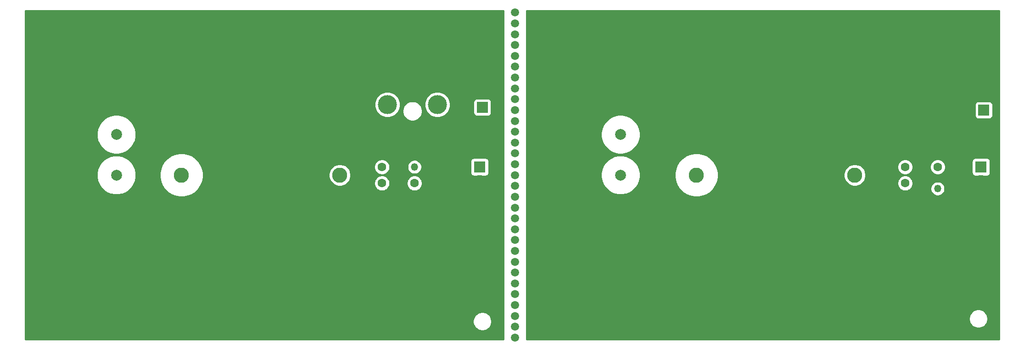
<source format=gbr>
%TF.GenerationSoftware,KiCad,Pcbnew,5.1.6-c6e7f7d~87~ubuntu20.04.1*%
%TF.CreationDate,2020-10-11T03:01:43+02:00*%
%TF.ProjectId,10A-Bias-T,3130412d-4269-4617-932d-542e6b696361,rev?*%
%TF.SameCoordinates,Original*%
%TF.FileFunction,Copper,L2,Bot*%
%TF.FilePolarity,Positive*%
%FSLAX46Y46*%
G04 Gerber Fmt 4.6, Leading zero omitted, Abs format (unit mm)*
G04 Created by KiCad (PCBNEW 5.1.6-c6e7f7d~87~ubuntu20.04.1) date 2020-10-11 03:01:43*
%MOMM*%
%LPD*%
G01*
G04 APERTURE LIST*
%TA.AperFunction,ComponentPad*%
%ADD10C,1.500000*%
%TD*%
%TA.AperFunction,ComponentPad*%
%ADD11C,1.600000*%
%TD*%
%TA.AperFunction,ComponentPad*%
%ADD12R,2.000000X2.000000*%
%TD*%
%TA.AperFunction,ComponentPad*%
%ADD13O,2.000000X2.000000*%
%TD*%
%TA.AperFunction,ComponentPad*%
%ADD14C,3.500000*%
%TD*%
%TA.AperFunction,ComponentPad*%
%ADD15C,2.100000*%
%TD*%
%TA.AperFunction,ComponentPad*%
%ADD16R,2.100000X2.100000*%
%TD*%
%TA.AperFunction,ComponentPad*%
%ADD17C,2.800000*%
%TD*%
%TA.AperFunction,ComponentPad*%
%ADD18R,1.350000X1.350000*%
%TD*%
%TA.AperFunction,ComponentPad*%
%ADD19O,1.350000X1.350000*%
%TD*%
%TA.AperFunction,ComponentPad*%
%ADD20C,2.000000*%
%TD*%
%TA.AperFunction,ViaPad*%
%ADD21C,0.800000*%
%TD*%
%TA.AperFunction,Conductor*%
%ADD22C,0.254000*%
%TD*%
G04 APERTURE END LIST*
D10*
%TO.P,REF\u002A\u002A,1*%
%TO.N,N/C*%
X105000000Y-94000000D03*
%TD*%
%TO.P,REF\u002A\u002A,1*%
%TO.N,N/C*%
X105000000Y-96000000D03*
%TD*%
%TO.P,REF\u002A\u002A,1*%
%TO.N,N/C*%
X105000000Y-92000000D03*
%TD*%
%TO.P,REF\u002A\u002A,1*%
%TO.N,N/C*%
X105000000Y-82000000D03*
%TD*%
%TO.P,REF\u002A\u002A,1*%
%TO.N,N/C*%
X105000000Y-86000000D03*
%TD*%
%TO.P,REF\u002A\u002A,1*%
%TO.N,N/C*%
X105000000Y-88000000D03*
%TD*%
%TO.P,REF\u002A\u002A,1*%
%TO.N,N/C*%
X105000000Y-84000000D03*
%TD*%
%TO.P,REF\u002A\u002A,1*%
%TO.N,N/C*%
X105000000Y-78000000D03*
%TD*%
%TO.P,REF\u002A\u002A,1*%
%TO.N,N/C*%
X105000000Y-90000000D03*
%TD*%
%TO.P,REF\u002A\u002A,1*%
%TO.N,N/C*%
X105000000Y-80000000D03*
%TD*%
%TO.P,REF\u002A\u002A,1*%
%TO.N,N/C*%
X105000000Y-76000000D03*
%TD*%
%TO.P,REF\u002A\u002A,1*%
%TO.N,N/C*%
X105000000Y-74000000D03*
%TD*%
%TO.P,REF\u002A\u002A,1*%
%TO.N,N/C*%
X105000000Y-66000000D03*
%TD*%
%TO.P,REF\u002A\u002A,1*%
%TO.N,N/C*%
X105000000Y-68000000D03*
%TD*%
%TO.P,REF\u002A\u002A,1*%
%TO.N,N/C*%
X105000000Y-70000000D03*
%TD*%
%TO.P,REF\u002A\u002A,1*%
%TO.N,N/C*%
X105000000Y-62000000D03*
%TD*%
%TO.P,REF\u002A\u002A,1*%
%TO.N,N/C*%
X105000000Y-72000000D03*
%TD*%
%TO.P,REF\u002A\u002A,1*%
%TO.N,N/C*%
X105000000Y-58000000D03*
%TD*%
%TO.P,REF\u002A\u002A,1*%
%TO.N,N/C*%
X105000000Y-56000000D03*
%TD*%
%TO.P,REF\u002A\u002A,1*%
%TO.N,N/C*%
X105000000Y-64000000D03*
%TD*%
%TO.P,REF\u002A\u002A,1*%
%TO.N,N/C*%
X105000000Y-60000000D03*
%TD*%
%TO.P,REF\u002A\u002A,1*%
%TO.N,N/C*%
X105000000Y-54000000D03*
%TD*%
%TO.P,REF\u002A\u002A,1*%
%TO.N,N/C*%
X105000000Y-52000000D03*
%TD*%
%TO.P,REF\u002A\u002A,1*%
%TO.N,N/C*%
X105000000Y-50000000D03*
%TD*%
%TO.P,REF\u002A\u002A,1*%
%TO.N,N/C*%
X105000000Y-48000000D03*
%TD*%
%TO.P,REF\u002A\u002A,1*%
%TO.N,N/C*%
X105000000Y-46000000D03*
%TD*%
%TO.P,REF\u002A\u002A,1*%
%TO.N,N/C*%
X105000000Y-44000000D03*
%TD*%
%TO.P,REF\u002A\u002A,1*%
%TO.N,N/C*%
X105000000Y-42000000D03*
%TD*%
%TO.P,REF\u002A\u002A,1*%
%TO.N,N/C*%
X105000000Y-40000000D03*
%TD*%
%TO.P,REF\u002A\u002A,1*%
%TO.N,N/C*%
X105000000Y-38000000D03*
%TD*%
%TO.P,REF\u002A\u002A,1*%
%TO.N,N/C*%
X105000000Y-36000000D03*
%TD*%
D11*
%TO.P,C4,2*%
%TO.N,Earth*%
X80500000Y-72500000D03*
%TO.P,C4,1*%
%TO.N,/DC+*%
X80500000Y-67500000D03*
%TD*%
%TO.P,C5,1*%
%TO.N,/DC+*%
X80500000Y-64500000D03*
%TO.P,C5,2*%
%TO.N,Earth*%
X80500000Y-62000000D03*
%TD*%
%TO.P,C6,1*%
%TO.N,/DC+*%
X86500000Y-67500000D03*
%TO.P,C6,2*%
%TO.N,Earth*%
X86500000Y-72500000D03*
%TD*%
%TO.P,C10,1*%
%TO.N,/DC+2*%
X177000000Y-64500000D03*
%TO.P,C10,2*%
%TO.N,GND*%
X177000000Y-59500000D03*
%TD*%
%TO.P,C11,1*%
%TO.N,/DC+2*%
X177000000Y-67500000D03*
%TO.P,C11,2*%
%TO.N,GND*%
X177000000Y-70000000D03*
%TD*%
%TO.P,C12,2*%
%TO.N,GND*%
X183000000Y-59500000D03*
%TO.P,C12,1*%
%TO.N,/DC+2*%
X183000000Y-64500000D03*
%TD*%
D12*
%TO.P,D1,1*%
%TO.N,Net-(D1-Pad1)*%
X99000000Y-53500000D03*
D13*
%TO.P,D1,2*%
%TO.N,Earth*%
X99000000Y-58580000D03*
%TD*%
%TO.P,D2,2*%
%TO.N,GND*%
X191500000Y-59080000D03*
D12*
%TO.P,D2,1*%
%TO.N,/DC+2*%
X191500000Y-54000000D03*
%TD*%
D14*
%TO.P,F1,1*%
%TO.N,/DC+*%
X81500000Y-53000000D03*
%TO.P,F1,2*%
%TO.N,Net-(D1-Pad1)*%
X90700000Y-53000000D03*
%TD*%
D15*
%TO.P,J2,2*%
%TO.N,Earth*%
X98500000Y-67040000D03*
D16*
%TO.P,J2,1*%
%TO.N,Net-(D1-Pad1)*%
X98500000Y-64500000D03*
%TD*%
%TO.P,J5,1*%
%TO.N,/DC+2*%
X191000000Y-64500000D03*
D15*
%TO.P,J5,2*%
%TO.N,GND*%
X191000000Y-67040000D03*
%TD*%
D17*
%TO.P,L1,1*%
%TO.N,/RF+DC*%
X43500000Y-66000000D03*
%TO.P,L1,2*%
%TO.N,/DC+*%
X72710000Y-66000000D03*
%TD*%
%TO.P,L2,2*%
%TO.N,/DC+2*%
X167710000Y-66000000D03*
%TO.P,L2,1*%
%TO.N,/RF+DC2*%
X138500000Y-66000000D03*
%TD*%
D18*
%TO.P,LA1,1*%
%TO.N,Earth*%
X86500000Y-62500000D03*
D19*
%TO.P,LA1,2*%
%TO.N,/DC+*%
X86500000Y-64500000D03*
%TD*%
%TO.P,LA2,2*%
%TO.N,/DC+2*%
X183000000Y-68500000D03*
D18*
%TO.P,LA2,1*%
%TO.N,GND*%
X183000000Y-70500000D03*
%TD*%
D20*
%TO.P,C1,1*%
%TO.N,/RF2*%
X124500000Y-66000000D03*
%TO.P,C1,2*%
%TO.N,/RF+DC2*%
X124500000Y-58500000D03*
%TD*%
%TO.P,C2,1*%
%TO.N,/RF+DC*%
X31500000Y-66000000D03*
%TO.P,C2,2*%
%TO.N,/RF*%
X31500000Y-58500000D03*
%TD*%
D21*
%TO.N,GND*%
X110500000Y-66000000D03*
X110500000Y-64500000D03*
X110500000Y-67500000D03*
X110500000Y-69000000D03*
X110500000Y-63000000D03*
X111500000Y-48500000D03*
X111500000Y-50000000D03*
X111500000Y-47000000D03*
X111500000Y-45500000D03*
X111500000Y-51500000D03*
X111500000Y-83500000D03*
X111500000Y-85000000D03*
X111500000Y-82000000D03*
X111500000Y-80500000D03*
X111500000Y-86500000D03*
%TO.N,Earth*%
X16500000Y-66000000D03*
X16500000Y-64500000D03*
X16500000Y-67500000D03*
X16500000Y-69000000D03*
X16500000Y-63000000D03*
X18500000Y-45500000D03*
X18500000Y-47000000D03*
X18500000Y-50000000D03*
X18500000Y-51500000D03*
X18500000Y-48500000D03*
X19000000Y-80580000D03*
X19000000Y-82080000D03*
X19000000Y-85080000D03*
X19000000Y-86580000D03*
X19000000Y-83580000D03*
%TD*%
D22*
%TO.N,Earth*%
G36*
X102873000Y-96340000D02*
G01*
X14660000Y-96340000D01*
X14660000Y-92829117D01*
X97265000Y-92829117D01*
X97265000Y-93170883D01*
X97331675Y-93506081D01*
X97462463Y-93821831D01*
X97652337Y-94105998D01*
X97894002Y-94347663D01*
X98178169Y-94537537D01*
X98493919Y-94668325D01*
X98829117Y-94735000D01*
X99170883Y-94735000D01*
X99506081Y-94668325D01*
X99821831Y-94537537D01*
X100105998Y-94347663D01*
X100347663Y-94105998D01*
X100537537Y-93821831D01*
X100668325Y-93506081D01*
X100735000Y-93170883D01*
X100735000Y-92829117D01*
X100668325Y-92493919D01*
X100537537Y-92178169D01*
X100347663Y-91894002D01*
X100105998Y-91652337D01*
X99821831Y-91462463D01*
X99506081Y-91331675D01*
X99170883Y-91265000D01*
X98829117Y-91265000D01*
X98493919Y-91331675D01*
X98178169Y-91462463D01*
X97894002Y-91652337D01*
X97652337Y-91894002D01*
X97462463Y-92178169D01*
X97331675Y-92493919D01*
X97265000Y-92829117D01*
X14660000Y-92829117D01*
X14660000Y-65642772D01*
X27873000Y-65642772D01*
X27873000Y-66357228D01*
X28012383Y-67057957D01*
X28285794Y-67718029D01*
X28682725Y-68312078D01*
X29187922Y-68817275D01*
X29781971Y-69214206D01*
X30442043Y-69487617D01*
X31142772Y-69627000D01*
X31857228Y-69627000D01*
X32557957Y-69487617D01*
X33218029Y-69214206D01*
X33812078Y-68817275D01*
X34317275Y-68312078D01*
X34714206Y-67718029D01*
X34987617Y-67057957D01*
X35127000Y-66357228D01*
X35127000Y-65642772D01*
X35119164Y-65603375D01*
X39473000Y-65603375D01*
X39473000Y-66396625D01*
X39627755Y-67174633D01*
X39931319Y-67907500D01*
X40372025Y-68567063D01*
X40932937Y-69127975D01*
X41592500Y-69568681D01*
X42325367Y-69872245D01*
X43103375Y-70027000D01*
X43896625Y-70027000D01*
X44674633Y-69872245D01*
X45407500Y-69568681D01*
X46067063Y-69127975D01*
X46627975Y-68567063D01*
X47068681Y-67907500D01*
X47372245Y-67174633D01*
X47527000Y-66396625D01*
X47527000Y-65799570D01*
X70675000Y-65799570D01*
X70675000Y-66200430D01*
X70753204Y-66593587D01*
X70906607Y-66963934D01*
X71129313Y-67297237D01*
X71412763Y-67580687D01*
X71746066Y-67803393D01*
X72116413Y-67956796D01*
X72509570Y-68035000D01*
X72910430Y-68035000D01*
X73303587Y-67956796D01*
X73673934Y-67803393D01*
X74007237Y-67580687D01*
X74229259Y-67358665D01*
X79065000Y-67358665D01*
X79065000Y-67641335D01*
X79120147Y-67918574D01*
X79228320Y-68179727D01*
X79385363Y-68414759D01*
X79585241Y-68614637D01*
X79820273Y-68771680D01*
X80081426Y-68879853D01*
X80358665Y-68935000D01*
X80641335Y-68935000D01*
X80918574Y-68879853D01*
X81179727Y-68771680D01*
X81414759Y-68614637D01*
X81614637Y-68414759D01*
X81771680Y-68179727D01*
X81879853Y-67918574D01*
X81935000Y-67641335D01*
X81935000Y-67358665D01*
X85065000Y-67358665D01*
X85065000Y-67641335D01*
X85120147Y-67918574D01*
X85228320Y-68179727D01*
X85385363Y-68414759D01*
X85585241Y-68614637D01*
X85820273Y-68771680D01*
X86081426Y-68879853D01*
X86358665Y-68935000D01*
X86641335Y-68935000D01*
X86918574Y-68879853D01*
X87179727Y-68771680D01*
X87414759Y-68614637D01*
X87614637Y-68414759D01*
X87771680Y-68179727D01*
X87879853Y-67918574D01*
X87935000Y-67641335D01*
X87935000Y-67358665D01*
X87879853Y-67081426D01*
X87771680Y-66820273D01*
X87614637Y-66585241D01*
X87414759Y-66385363D01*
X87179727Y-66228320D01*
X86918574Y-66120147D01*
X86641335Y-66065000D01*
X86358665Y-66065000D01*
X86081426Y-66120147D01*
X85820273Y-66228320D01*
X85585241Y-66385363D01*
X85385363Y-66585241D01*
X85228320Y-66820273D01*
X85120147Y-67081426D01*
X85065000Y-67358665D01*
X81935000Y-67358665D01*
X81879853Y-67081426D01*
X81771680Y-66820273D01*
X81614637Y-66585241D01*
X81414759Y-66385363D01*
X81179727Y-66228320D01*
X80918574Y-66120147D01*
X80641335Y-66065000D01*
X80358665Y-66065000D01*
X80081426Y-66120147D01*
X79820273Y-66228320D01*
X79585241Y-66385363D01*
X79385363Y-66585241D01*
X79228320Y-66820273D01*
X79120147Y-67081426D01*
X79065000Y-67358665D01*
X74229259Y-67358665D01*
X74290687Y-67297237D01*
X74513393Y-66963934D01*
X74666796Y-66593587D01*
X74745000Y-66200430D01*
X74745000Y-65799570D01*
X74666796Y-65406413D01*
X74513393Y-65036066D01*
X74290687Y-64702763D01*
X74007237Y-64419313D01*
X73916471Y-64358665D01*
X79065000Y-64358665D01*
X79065000Y-64641335D01*
X79120147Y-64918574D01*
X79228320Y-65179727D01*
X79385363Y-65414759D01*
X79585241Y-65614637D01*
X79820273Y-65771680D01*
X80081426Y-65879853D01*
X80358665Y-65935000D01*
X80641335Y-65935000D01*
X80918574Y-65879853D01*
X81179727Y-65771680D01*
X81414759Y-65614637D01*
X81614637Y-65414759D01*
X81771680Y-65179727D01*
X81879853Y-64918574D01*
X81935000Y-64641335D01*
X81935000Y-64370976D01*
X85190000Y-64370976D01*
X85190000Y-64629024D01*
X85240342Y-64882113D01*
X85339093Y-65120518D01*
X85482456Y-65335077D01*
X85664923Y-65517544D01*
X85879482Y-65660907D01*
X86117887Y-65759658D01*
X86370976Y-65810000D01*
X86629024Y-65810000D01*
X86882113Y-65759658D01*
X87120518Y-65660907D01*
X87335077Y-65517544D01*
X87517544Y-65335077D01*
X87660907Y-65120518D01*
X87759658Y-64882113D01*
X87810000Y-64629024D01*
X87810000Y-64370976D01*
X87759658Y-64117887D01*
X87660907Y-63879482D01*
X87517544Y-63664923D01*
X87335077Y-63482456D01*
X87286503Y-63450000D01*
X96811928Y-63450000D01*
X96811928Y-65550000D01*
X96824188Y-65674482D01*
X96860498Y-65794180D01*
X96919463Y-65904494D01*
X96998815Y-66001185D01*
X97095506Y-66080537D01*
X97205820Y-66139502D01*
X97325518Y-66175812D01*
X97450000Y-66188072D01*
X99550000Y-66188072D01*
X99674482Y-66175812D01*
X99794180Y-66139502D01*
X99904494Y-66080537D01*
X100001185Y-66001185D01*
X100080537Y-65904494D01*
X100139502Y-65794180D01*
X100175812Y-65674482D01*
X100188072Y-65550000D01*
X100188072Y-63450000D01*
X100175812Y-63325518D01*
X100139502Y-63205820D01*
X100080537Y-63095506D01*
X100001185Y-62998815D01*
X99904494Y-62919463D01*
X99794180Y-62860498D01*
X99674482Y-62824188D01*
X99550000Y-62811928D01*
X97450000Y-62811928D01*
X97325518Y-62824188D01*
X97205820Y-62860498D01*
X97095506Y-62919463D01*
X96998815Y-62998815D01*
X96919463Y-63095506D01*
X96860498Y-63205820D01*
X96824188Y-63325518D01*
X96811928Y-63450000D01*
X87286503Y-63450000D01*
X87120518Y-63339093D01*
X86882113Y-63240342D01*
X86629024Y-63190000D01*
X86370976Y-63190000D01*
X86117887Y-63240342D01*
X85879482Y-63339093D01*
X85664923Y-63482456D01*
X85482456Y-63664923D01*
X85339093Y-63879482D01*
X85240342Y-64117887D01*
X85190000Y-64370976D01*
X81935000Y-64370976D01*
X81935000Y-64358665D01*
X81879853Y-64081426D01*
X81771680Y-63820273D01*
X81614637Y-63585241D01*
X81414759Y-63385363D01*
X81179727Y-63228320D01*
X80918574Y-63120147D01*
X80641335Y-63065000D01*
X80358665Y-63065000D01*
X80081426Y-63120147D01*
X79820273Y-63228320D01*
X79585241Y-63385363D01*
X79385363Y-63585241D01*
X79228320Y-63820273D01*
X79120147Y-64081426D01*
X79065000Y-64358665D01*
X73916471Y-64358665D01*
X73673934Y-64196607D01*
X73303587Y-64043204D01*
X72910430Y-63965000D01*
X72509570Y-63965000D01*
X72116413Y-64043204D01*
X71746066Y-64196607D01*
X71412763Y-64419313D01*
X71129313Y-64702763D01*
X70906607Y-65036066D01*
X70753204Y-65406413D01*
X70675000Y-65799570D01*
X47527000Y-65799570D01*
X47527000Y-65603375D01*
X47372245Y-64825367D01*
X47068681Y-64092500D01*
X46627975Y-63432937D01*
X46067063Y-62872025D01*
X45407500Y-62431319D01*
X44674633Y-62127755D01*
X43896625Y-61973000D01*
X43103375Y-61973000D01*
X42325367Y-62127755D01*
X41592500Y-62431319D01*
X40932937Y-62872025D01*
X40372025Y-63432937D01*
X39931319Y-64092500D01*
X39627755Y-64825367D01*
X39473000Y-65603375D01*
X35119164Y-65603375D01*
X34987617Y-64942043D01*
X34714206Y-64281971D01*
X34317275Y-63687922D01*
X33812078Y-63182725D01*
X33218029Y-62785794D01*
X32557957Y-62512383D01*
X31857228Y-62373000D01*
X31142772Y-62373000D01*
X30442043Y-62512383D01*
X29781971Y-62785794D01*
X29187922Y-63182725D01*
X28682725Y-63687922D01*
X28285794Y-64281971D01*
X28012383Y-64942043D01*
X27873000Y-65642772D01*
X14660000Y-65642772D01*
X14660000Y-58142772D01*
X27873000Y-58142772D01*
X27873000Y-58857228D01*
X28012383Y-59557957D01*
X28285794Y-60218029D01*
X28682725Y-60812078D01*
X29187922Y-61317275D01*
X29781971Y-61714206D01*
X30442043Y-61987617D01*
X31142772Y-62127000D01*
X31857228Y-62127000D01*
X32557957Y-61987617D01*
X33218029Y-61714206D01*
X33812078Y-61317275D01*
X34317275Y-60812078D01*
X34714206Y-60218029D01*
X34987617Y-59557957D01*
X35127000Y-58857228D01*
X35127000Y-58142772D01*
X34987617Y-57442043D01*
X34714206Y-56781971D01*
X34317275Y-56187922D01*
X33812078Y-55682725D01*
X33218029Y-55285794D01*
X32557957Y-55012383D01*
X31857228Y-54873000D01*
X31142772Y-54873000D01*
X30442043Y-55012383D01*
X29781971Y-55285794D01*
X29187922Y-55682725D01*
X28682725Y-56187922D01*
X28285794Y-56781971D01*
X28012383Y-57442043D01*
X27873000Y-58142772D01*
X14660000Y-58142772D01*
X14660000Y-52765098D01*
X79115000Y-52765098D01*
X79115000Y-53234902D01*
X79206654Y-53695679D01*
X79386440Y-54129721D01*
X79647450Y-54520349D01*
X79979651Y-54852550D01*
X80370279Y-55113560D01*
X80804321Y-55293346D01*
X81265098Y-55385000D01*
X81734902Y-55385000D01*
X82195679Y-55293346D01*
X82629721Y-55113560D01*
X83020349Y-54852550D01*
X83352550Y-54520349D01*
X83613560Y-54129721D01*
X83659311Y-54019268D01*
X84265000Y-54019268D01*
X84265000Y-54380732D01*
X84335518Y-54735250D01*
X84473844Y-55069199D01*
X84674662Y-55369744D01*
X84930256Y-55625338D01*
X85230801Y-55826156D01*
X85564750Y-55964482D01*
X85919268Y-56035000D01*
X86280732Y-56035000D01*
X86635250Y-55964482D01*
X86969199Y-55826156D01*
X87269744Y-55625338D01*
X87525338Y-55369744D01*
X87726156Y-55069199D01*
X87864482Y-54735250D01*
X87935000Y-54380732D01*
X87935000Y-54019268D01*
X87864482Y-53664750D01*
X87726156Y-53330801D01*
X87525338Y-53030256D01*
X87269744Y-52774662D01*
X87255431Y-52765098D01*
X88315000Y-52765098D01*
X88315000Y-53234902D01*
X88406654Y-53695679D01*
X88586440Y-54129721D01*
X88847450Y-54520349D01*
X89179651Y-54852550D01*
X89570279Y-55113560D01*
X90004321Y-55293346D01*
X90465098Y-55385000D01*
X90934902Y-55385000D01*
X91395679Y-55293346D01*
X91829721Y-55113560D01*
X92220349Y-54852550D01*
X92552550Y-54520349D01*
X92813560Y-54129721D01*
X92993346Y-53695679D01*
X93085000Y-53234902D01*
X93085000Y-52765098D01*
X93032269Y-52500000D01*
X97361928Y-52500000D01*
X97361928Y-54500000D01*
X97374188Y-54624482D01*
X97410498Y-54744180D01*
X97469463Y-54854494D01*
X97548815Y-54951185D01*
X97645506Y-55030537D01*
X97755820Y-55089502D01*
X97875518Y-55125812D01*
X98000000Y-55138072D01*
X100000000Y-55138072D01*
X100124482Y-55125812D01*
X100244180Y-55089502D01*
X100354494Y-55030537D01*
X100451185Y-54951185D01*
X100530537Y-54854494D01*
X100589502Y-54744180D01*
X100625812Y-54624482D01*
X100638072Y-54500000D01*
X100638072Y-52500000D01*
X100625812Y-52375518D01*
X100589502Y-52255820D01*
X100530537Y-52145506D01*
X100451185Y-52048815D01*
X100354494Y-51969463D01*
X100244180Y-51910498D01*
X100124482Y-51874188D01*
X100000000Y-51861928D01*
X98000000Y-51861928D01*
X97875518Y-51874188D01*
X97755820Y-51910498D01*
X97645506Y-51969463D01*
X97548815Y-52048815D01*
X97469463Y-52145506D01*
X97410498Y-52255820D01*
X97374188Y-52375518D01*
X97361928Y-52500000D01*
X93032269Y-52500000D01*
X92993346Y-52304321D01*
X92813560Y-51870279D01*
X92552550Y-51479651D01*
X92220349Y-51147450D01*
X91829721Y-50886440D01*
X91395679Y-50706654D01*
X90934902Y-50615000D01*
X90465098Y-50615000D01*
X90004321Y-50706654D01*
X89570279Y-50886440D01*
X89179651Y-51147450D01*
X88847450Y-51479651D01*
X88586440Y-51870279D01*
X88406654Y-52304321D01*
X88315000Y-52765098D01*
X87255431Y-52765098D01*
X86969199Y-52573844D01*
X86635250Y-52435518D01*
X86280732Y-52365000D01*
X85919268Y-52365000D01*
X85564750Y-52435518D01*
X85230801Y-52573844D01*
X84930256Y-52774662D01*
X84674662Y-53030256D01*
X84473844Y-53330801D01*
X84335518Y-53664750D01*
X84265000Y-54019268D01*
X83659311Y-54019268D01*
X83793346Y-53695679D01*
X83885000Y-53234902D01*
X83885000Y-52765098D01*
X83793346Y-52304321D01*
X83613560Y-51870279D01*
X83352550Y-51479651D01*
X83020349Y-51147450D01*
X82629721Y-50886440D01*
X82195679Y-50706654D01*
X81734902Y-50615000D01*
X81265098Y-50615000D01*
X80804321Y-50706654D01*
X80370279Y-50886440D01*
X79979651Y-51147450D01*
X79647450Y-51479651D01*
X79386440Y-51870279D01*
X79206654Y-52304321D01*
X79115000Y-52765098D01*
X14660000Y-52765098D01*
X14660000Y-35660000D01*
X102873000Y-35660000D01*
X102873000Y-96340000D01*
G37*
X102873000Y-96340000D02*
X14660000Y-96340000D01*
X14660000Y-92829117D01*
X97265000Y-92829117D01*
X97265000Y-93170883D01*
X97331675Y-93506081D01*
X97462463Y-93821831D01*
X97652337Y-94105998D01*
X97894002Y-94347663D01*
X98178169Y-94537537D01*
X98493919Y-94668325D01*
X98829117Y-94735000D01*
X99170883Y-94735000D01*
X99506081Y-94668325D01*
X99821831Y-94537537D01*
X100105998Y-94347663D01*
X100347663Y-94105998D01*
X100537537Y-93821831D01*
X100668325Y-93506081D01*
X100735000Y-93170883D01*
X100735000Y-92829117D01*
X100668325Y-92493919D01*
X100537537Y-92178169D01*
X100347663Y-91894002D01*
X100105998Y-91652337D01*
X99821831Y-91462463D01*
X99506081Y-91331675D01*
X99170883Y-91265000D01*
X98829117Y-91265000D01*
X98493919Y-91331675D01*
X98178169Y-91462463D01*
X97894002Y-91652337D01*
X97652337Y-91894002D01*
X97462463Y-92178169D01*
X97331675Y-92493919D01*
X97265000Y-92829117D01*
X14660000Y-92829117D01*
X14660000Y-65642772D01*
X27873000Y-65642772D01*
X27873000Y-66357228D01*
X28012383Y-67057957D01*
X28285794Y-67718029D01*
X28682725Y-68312078D01*
X29187922Y-68817275D01*
X29781971Y-69214206D01*
X30442043Y-69487617D01*
X31142772Y-69627000D01*
X31857228Y-69627000D01*
X32557957Y-69487617D01*
X33218029Y-69214206D01*
X33812078Y-68817275D01*
X34317275Y-68312078D01*
X34714206Y-67718029D01*
X34987617Y-67057957D01*
X35127000Y-66357228D01*
X35127000Y-65642772D01*
X35119164Y-65603375D01*
X39473000Y-65603375D01*
X39473000Y-66396625D01*
X39627755Y-67174633D01*
X39931319Y-67907500D01*
X40372025Y-68567063D01*
X40932937Y-69127975D01*
X41592500Y-69568681D01*
X42325367Y-69872245D01*
X43103375Y-70027000D01*
X43896625Y-70027000D01*
X44674633Y-69872245D01*
X45407500Y-69568681D01*
X46067063Y-69127975D01*
X46627975Y-68567063D01*
X47068681Y-67907500D01*
X47372245Y-67174633D01*
X47527000Y-66396625D01*
X47527000Y-65799570D01*
X70675000Y-65799570D01*
X70675000Y-66200430D01*
X70753204Y-66593587D01*
X70906607Y-66963934D01*
X71129313Y-67297237D01*
X71412763Y-67580687D01*
X71746066Y-67803393D01*
X72116413Y-67956796D01*
X72509570Y-68035000D01*
X72910430Y-68035000D01*
X73303587Y-67956796D01*
X73673934Y-67803393D01*
X74007237Y-67580687D01*
X74229259Y-67358665D01*
X79065000Y-67358665D01*
X79065000Y-67641335D01*
X79120147Y-67918574D01*
X79228320Y-68179727D01*
X79385363Y-68414759D01*
X79585241Y-68614637D01*
X79820273Y-68771680D01*
X80081426Y-68879853D01*
X80358665Y-68935000D01*
X80641335Y-68935000D01*
X80918574Y-68879853D01*
X81179727Y-68771680D01*
X81414759Y-68614637D01*
X81614637Y-68414759D01*
X81771680Y-68179727D01*
X81879853Y-67918574D01*
X81935000Y-67641335D01*
X81935000Y-67358665D01*
X85065000Y-67358665D01*
X85065000Y-67641335D01*
X85120147Y-67918574D01*
X85228320Y-68179727D01*
X85385363Y-68414759D01*
X85585241Y-68614637D01*
X85820273Y-68771680D01*
X86081426Y-68879853D01*
X86358665Y-68935000D01*
X86641335Y-68935000D01*
X86918574Y-68879853D01*
X87179727Y-68771680D01*
X87414759Y-68614637D01*
X87614637Y-68414759D01*
X87771680Y-68179727D01*
X87879853Y-67918574D01*
X87935000Y-67641335D01*
X87935000Y-67358665D01*
X87879853Y-67081426D01*
X87771680Y-66820273D01*
X87614637Y-66585241D01*
X87414759Y-66385363D01*
X87179727Y-66228320D01*
X86918574Y-66120147D01*
X86641335Y-66065000D01*
X86358665Y-66065000D01*
X86081426Y-66120147D01*
X85820273Y-66228320D01*
X85585241Y-66385363D01*
X85385363Y-66585241D01*
X85228320Y-66820273D01*
X85120147Y-67081426D01*
X85065000Y-67358665D01*
X81935000Y-67358665D01*
X81879853Y-67081426D01*
X81771680Y-66820273D01*
X81614637Y-66585241D01*
X81414759Y-66385363D01*
X81179727Y-66228320D01*
X80918574Y-66120147D01*
X80641335Y-66065000D01*
X80358665Y-66065000D01*
X80081426Y-66120147D01*
X79820273Y-66228320D01*
X79585241Y-66385363D01*
X79385363Y-66585241D01*
X79228320Y-66820273D01*
X79120147Y-67081426D01*
X79065000Y-67358665D01*
X74229259Y-67358665D01*
X74290687Y-67297237D01*
X74513393Y-66963934D01*
X74666796Y-66593587D01*
X74745000Y-66200430D01*
X74745000Y-65799570D01*
X74666796Y-65406413D01*
X74513393Y-65036066D01*
X74290687Y-64702763D01*
X74007237Y-64419313D01*
X73916471Y-64358665D01*
X79065000Y-64358665D01*
X79065000Y-64641335D01*
X79120147Y-64918574D01*
X79228320Y-65179727D01*
X79385363Y-65414759D01*
X79585241Y-65614637D01*
X79820273Y-65771680D01*
X80081426Y-65879853D01*
X80358665Y-65935000D01*
X80641335Y-65935000D01*
X80918574Y-65879853D01*
X81179727Y-65771680D01*
X81414759Y-65614637D01*
X81614637Y-65414759D01*
X81771680Y-65179727D01*
X81879853Y-64918574D01*
X81935000Y-64641335D01*
X81935000Y-64370976D01*
X85190000Y-64370976D01*
X85190000Y-64629024D01*
X85240342Y-64882113D01*
X85339093Y-65120518D01*
X85482456Y-65335077D01*
X85664923Y-65517544D01*
X85879482Y-65660907D01*
X86117887Y-65759658D01*
X86370976Y-65810000D01*
X86629024Y-65810000D01*
X86882113Y-65759658D01*
X87120518Y-65660907D01*
X87335077Y-65517544D01*
X87517544Y-65335077D01*
X87660907Y-65120518D01*
X87759658Y-64882113D01*
X87810000Y-64629024D01*
X87810000Y-64370976D01*
X87759658Y-64117887D01*
X87660907Y-63879482D01*
X87517544Y-63664923D01*
X87335077Y-63482456D01*
X87286503Y-63450000D01*
X96811928Y-63450000D01*
X96811928Y-65550000D01*
X96824188Y-65674482D01*
X96860498Y-65794180D01*
X96919463Y-65904494D01*
X96998815Y-66001185D01*
X97095506Y-66080537D01*
X97205820Y-66139502D01*
X97325518Y-66175812D01*
X97450000Y-66188072D01*
X99550000Y-66188072D01*
X99674482Y-66175812D01*
X99794180Y-66139502D01*
X99904494Y-66080537D01*
X100001185Y-66001185D01*
X100080537Y-65904494D01*
X100139502Y-65794180D01*
X100175812Y-65674482D01*
X100188072Y-65550000D01*
X100188072Y-63450000D01*
X100175812Y-63325518D01*
X100139502Y-63205820D01*
X100080537Y-63095506D01*
X100001185Y-62998815D01*
X99904494Y-62919463D01*
X99794180Y-62860498D01*
X99674482Y-62824188D01*
X99550000Y-62811928D01*
X97450000Y-62811928D01*
X97325518Y-62824188D01*
X97205820Y-62860498D01*
X97095506Y-62919463D01*
X96998815Y-62998815D01*
X96919463Y-63095506D01*
X96860498Y-63205820D01*
X96824188Y-63325518D01*
X96811928Y-63450000D01*
X87286503Y-63450000D01*
X87120518Y-63339093D01*
X86882113Y-63240342D01*
X86629024Y-63190000D01*
X86370976Y-63190000D01*
X86117887Y-63240342D01*
X85879482Y-63339093D01*
X85664923Y-63482456D01*
X85482456Y-63664923D01*
X85339093Y-63879482D01*
X85240342Y-64117887D01*
X85190000Y-64370976D01*
X81935000Y-64370976D01*
X81935000Y-64358665D01*
X81879853Y-64081426D01*
X81771680Y-63820273D01*
X81614637Y-63585241D01*
X81414759Y-63385363D01*
X81179727Y-63228320D01*
X80918574Y-63120147D01*
X80641335Y-63065000D01*
X80358665Y-63065000D01*
X80081426Y-63120147D01*
X79820273Y-63228320D01*
X79585241Y-63385363D01*
X79385363Y-63585241D01*
X79228320Y-63820273D01*
X79120147Y-64081426D01*
X79065000Y-64358665D01*
X73916471Y-64358665D01*
X73673934Y-64196607D01*
X73303587Y-64043204D01*
X72910430Y-63965000D01*
X72509570Y-63965000D01*
X72116413Y-64043204D01*
X71746066Y-64196607D01*
X71412763Y-64419313D01*
X71129313Y-64702763D01*
X70906607Y-65036066D01*
X70753204Y-65406413D01*
X70675000Y-65799570D01*
X47527000Y-65799570D01*
X47527000Y-65603375D01*
X47372245Y-64825367D01*
X47068681Y-64092500D01*
X46627975Y-63432937D01*
X46067063Y-62872025D01*
X45407500Y-62431319D01*
X44674633Y-62127755D01*
X43896625Y-61973000D01*
X43103375Y-61973000D01*
X42325367Y-62127755D01*
X41592500Y-62431319D01*
X40932937Y-62872025D01*
X40372025Y-63432937D01*
X39931319Y-64092500D01*
X39627755Y-64825367D01*
X39473000Y-65603375D01*
X35119164Y-65603375D01*
X34987617Y-64942043D01*
X34714206Y-64281971D01*
X34317275Y-63687922D01*
X33812078Y-63182725D01*
X33218029Y-62785794D01*
X32557957Y-62512383D01*
X31857228Y-62373000D01*
X31142772Y-62373000D01*
X30442043Y-62512383D01*
X29781971Y-62785794D01*
X29187922Y-63182725D01*
X28682725Y-63687922D01*
X28285794Y-64281971D01*
X28012383Y-64942043D01*
X27873000Y-65642772D01*
X14660000Y-65642772D01*
X14660000Y-58142772D01*
X27873000Y-58142772D01*
X27873000Y-58857228D01*
X28012383Y-59557957D01*
X28285794Y-60218029D01*
X28682725Y-60812078D01*
X29187922Y-61317275D01*
X29781971Y-61714206D01*
X30442043Y-61987617D01*
X31142772Y-62127000D01*
X31857228Y-62127000D01*
X32557957Y-61987617D01*
X33218029Y-61714206D01*
X33812078Y-61317275D01*
X34317275Y-60812078D01*
X34714206Y-60218029D01*
X34987617Y-59557957D01*
X35127000Y-58857228D01*
X35127000Y-58142772D01*
X34987617Y-57442043D01*
X34714206Y-56781971D01*
X34317275Y-56187922D01*
X33812078Y-55682725D01*
X33218029Y-55285794D01*
X32557957Y-55012383D01*
X31857228Y-54873000D01*
X31142772Y-54873000D01*
X30442043Y-55012383D01*
X29781971Y-55285794D01*
X29187922Y-55682725D01*
X28682725Y-56187922D01*
X28285794Y-56781971D01*
X28012383Y-57442043D01*
X27873000Y-58142772D01*
X14660000Y-58142772D01*
X14660000Y-52765098D01*
X79115000Y-52765098D01*
X79115000Y-53234902D01*
X79206654Y-53695679D01*
X79386440Y-54129721D01*
X79647450Y-54520349D01*
X79979651Y-54852550D01*
X80370279Y-55113560D01*
X80804321Y-55293346D01*
X81265098Y-55385000D01*
X81734902Y-55385000D01*
X82195679Y-55293346D01*
X82629721Y-55113560D01*
X83020349Y-54852550D01*
X83352550Y-54520349D01*
X83613560Y-54129721D01*
X83659311Y-54019268D01*
X84265000Y-54019268D01*
X84265000Y-54380732D01*
X84335518Y-54735250D01*
X84473844Y-55069199D01*
X84674662Y-55369744D01*
X84930256Y-55625338D01*
X85230801Y-55826156D01*
X85564750Y-55964482D01*
X85919268Y-56035000D01*
X86280732Y-56035000D01*
X86635250Y-55964482D01*
X86969199Y-55826156D01*
X87269744Y-55625338D01*
X87525338Y-55369744D01*
X87726156Y-55069199D01*
X87864482Y-54735250D01*
X87935000Y-54380732D01*
X87935000Y-54019268D01*
X87864482Y-53664750D01*
X87726156Y-53330801D01*
X87525338Y-53030256D01*
X87269744Y-52774662D01*
X87255431Y-52765098D01*
X88315000Y-52765098D01*
X88315000Y-53234902D01*
X88406654Y-53695679D01*
X88586440Y-54129721D01*
X88847450Y-54520349D01*
X89179651Y-54852550D01*
X89570279Y-55113560D01*
X90004321Y-55293346D01*
X90465098Y-55385000D01*
X90934902Y-55385000D01*
X91395679Y-55293346D01*
X91829721Y-55113560D01*
X92220349Y-54852550D01*
X92552550Y-54520349D01*
X92813560Y-54129721D01*
X92993346Y-53695679D01*
X93085000Y-53234902D01*
X93085000Y-52765098D01*
X93032269Y-52500000D01*
X97361928Y-52500000D01*
X97361928Y-54500000D01*
X97374188Y-54624482D01*
X97410498Y-54744180D01*
X97469463Y-54854494D01*
X97548815Y-54951185D01*
X97645506Y-55030537D01*
X97755820Y-55089502D01*
X97875518Y-55125812D01*
X98000000Y-55138072D01*
X100000000Y-55138072D01*
X100124482Y-55125812D01*
X100244180Y-55089502D01*
X100354494Y-55030537D01*
X100451185Y-54951185D01*
X100530537Y-54854494D01*
X100589502Y-54744180D01*
X100625812Y-54624482D01*
X100638072Y-54500000D01*
X100638072Y-52500000D01*
X100625812Y-52375518D01*
X100589502Y-52255820D01*
X100530537Y-52145506D01*
X100451185Y-52048815D01*
X100354494Y-51969463D01*
X100244180Y-51910498D01*
X100124482Y-51874188D01*
X100000000Y-51861928D01*
X98000000Y-51861928D01*
X97875518Y-51874188D01*
X97755820Y-51910498D01*
X97645506Y-51969463D01*
X97548815Y-52048815D01*
X97469463Y-52145506D01*
X97410498Y-52255820D01*
X97374188Y-52375518D01*
X97361928Y-52500000D01*
X93032269Y-52500000D01*
X92993346Y-52304321D01*
X92813560Y-51870279D01*
X92552550Y-51479651D01*
X92220349Y-51147450D01*
X91829721Y-50886440D01*
X91395679Y-50706654D01*
X90934902Y-50615000D01*
X90465098Y-50615000D01*
X90004321Y-50706654D01*
X89570279Y-50886440D01*
X89179651Y-51147450D01*
X88847450Y-51479651D01*
X88586440Y-51870279D01*
X88406654Y-52304321D01*
X88315000Y-52765098D01*
X87255431Y-52765098D01*
X86969199Y-52573844D01*
X86635250Y-52435518D01*
X86280732Y-52365000D01*
X85919268Y-52365000D01*
X85564750Y-52435518D01*
X85230801Y-52573844D01*
X84930256Y-52774662D01*
X84674662Y-53030256D01*
X84473844Y-53330801D01*
X84335518Y-53664750D01*
X84265000Y-54019268D01*
X83659311Y-54019268D01*
X83793346Y-53695679D01*
X83885000Y-53234902D01*
X83885000Y-52765098D01*
X83793346Y-52304321D01*
X83613560Y-51870279D01*
X83352550Y-51479651D01*
X83020349Y-51147450D01*
X82629721Y-50886440D01*
X82195679Y-50706654D01*
X81734902Y-50615000D01*
X81265098Y-50615000D01*
X80804321Y-50706654D01*
X80370279Y-50886440D01*
X79979651Y-51147450D01*
X79647450Y-51479651D01*
X79386440Y-51870279D01*
X79206654Y-52304321D01*
X79115000Y-52765098D01*
X14660000Y-52765098D01*
X14660000Y-35660000D01*
X102873000Y-35660000D01*
X102873000Y-96340000D01*
%TO.N,GND*%
G36*
X194340000Y-96340000D02*
G01*
X107127000Y-96340000D01*
X107127000Y-92329117D01*
X188765000Y-92329117D01*
X188765000Y-92670883D01*
X188831675Y-93006081D01*
X188962463Y-93321831D01*
X189152337Y-93605998D01*
X189394002Y-93847663D01*
X189678169Y-94037537D01*
X189993919Y-94168325D01*
X190329117Y-94235000D01*
X190670883Y-94235000D01*
X191006081Y-94168325D01*
X191321831Y-94037537D01*
X191605998Y-93847663D01*
X191847663Y-93605998D01*
X192037537Y-93321831D01*
X192168325Y-93006081D01*
X192235000Y-92670883D01*
X192235000Y-92329117D01*
X192168325Y-91993919D01*
X192037537Y-91678169D01*
X191847663Y-91394002D01*
X191605998Y-91152337D01*
X191321831Y-90962463D01*
X191006081Y-90831675D01*
X190670883Y-90765000D01*
X190329117Y-90765000D01*
X189993919Y-90831675D01*
X189678169Y-90962463D01*
X189394002Y-91152337D01*
X189152337Y-91394002D01*
X188962463Y-91678169D01*
X188831675Y-91993919D01*
X188765000Y-92329117D01*
X107127000Y-92329117D01*
X107127000Y-65642772D01*
X120873000Y-65642772D01*
X120873000Y-66357228D01*
X121012383Y-67057957D01*
X121285794Y-67718029D01*
X121682725Y-68312078D01*
X122187922Y-68817275D01*
X122781971Y-69214206D01*
X123442043Y-69487617D01*
X124142772Y-69627000D01*
X124857228Y-69627000D01*
X125557957Y-69487617D01*
X126218029Y-69214206D01*
X126812078Y-68817275D01*
X127317275Y-68312078D01*
X127714206Y-67718029D01*
X127987617Y-67057957D01*
X128127000Y-66357228D01*
X128127000Y-65642772D01*
X128119164Y-65603375D01*
X134473000Y-65603375D01*
X134473000Y-66396625D01*
X134627755Y-67174633D01*
X134931319Y-67907500D01*
X135372025Y-68567063D01*
X135932937Y-69127975D01*
X136592500Y-69568681D01*
X137325367Y-69872245D01*
X138103375Y-70027000D01*
X138896625Y-70027000D01*
X139674633Y-69872245D01*
X140407500Y-69568681D01*
X141067063Y-69127975D01*
X141627975Y-68567063D01*
X142068681Y-67907500D01*
X142372245Y-67174633D01*
X142527000Y-66396625D01*
X142527000Y-65799570D01*
X165675000Y-65799570D01*
X165675000Y-66200430D01*
X165753204Y-66593587D01*
X165906607Y-66963934D01*
X166129313Y-67297237D01*
X166412763Y-67580687D01*
X166746066Y-67803393D01*
X167116413Y-67956796D01*
X167509570Y-68035000D01*
X167910430Y-68035000D01*
X168303587Y-67956796D01*
X168673934Y-67803393D01*
X169007237Y-67580687D01*
X169229259Y-67358665D01*
X175565000Y-67358665D01*
X175565000Y-67641335D01*
X175620147Y-67918574D01*
X175728320Y-68179727D01*
X175885363Y-68414759D01*
X176085241Y-68614637D01*
X176320273Y-68771680D01*
X176581426Y-68879853D01*
X176858665Y-68935000D01*
X177141335Y-68935000D01*
X177418574Y-68879853D01*
X177679727Y-68771680D01*
X177914759Y-68614637D01*
X178114637Y-68414759D01*
X178143891Y-68370976D01*
X181690000Y-68370976D01*
X181690000Y-68629024D01*
X181740342Y-68882113D01*
X181839093Y-69120518D01*
X181982456Y-69335077D01*
X182164923Y-69517544D01*
X182379482Y-69660907D01*
X182617887Y-69759658D01*
X182870976Y-69810000D01*
X183129024Y-69810000D01*
X183382113Y-69759658D01*
X183620518Y-69660907D01*
X183835077Y-69517544D01*
X184017544Y-69335077D01*
X184160907Y-69120518D01*
X184259658Y-68882113D01*
X184310000Y-68629024D01*
X184310000Y-68370976D01*
X184259658Y-68117887D01*
X184160907Y-67879482D01*
X184017544Y-67664923D01*
X183835077Y-67482456D01*
X183620518Y-67339093D01*
X183382113Y-67240342D01*
X183129024Y-67190000D01*
X182870976Y-67190000D01*
X182617887Y-67240342D01*
X182379482Y-67339093D01*
X182164923Y-67482456D01*
X181982456Y-67664923D01*
X181839093Y-67879482D01*
X181740342Y-68117887D01*
X181690000Y-68370976D01*
X178143891Y-68370976D01*
X178271680Y-68179727D01*
X178379853Y-67918574D01*
X178435000Y-67641335D01*
X178435000Y-67358665D01*
X178379853Y-67081426D01*
X178271680Y-66820273D01*
X178114637Y-66585241D01*
X177914759Y-66385363D01*
X177679727Y-66228320D01*
X177418574Y-66120147D01*
X177141335Y-66065000D01*
X176858665Y-66065000D01*
X176581426Y-66120147D01*
X176320273Y-66228320D01*
X176085241Y-66385363D01*
X175885363Y-66585241D01*
X175728320Y-66820273D01*
X175620147Y-67081426D01*
X175565000Y-67358665D01*
X169229259Y-67358665D01*
X169290687Y-67297237D01*
X169513393Y-66963934D01*
X169666796Y-66593587D01*
X169745000Y-66200430D01*
X169745000Y-65799570D01*
X169666796Y-65406413D01*
X169513393Y-65036066D01*
X169290687Y-64702763D01*
X169007237Y-64419313D01*
X168916471Y-64358665D01*
X175565000Y-64358665D01*
X175565000Y-64641335D01*
X175620147Y-64918574D01*
X175728320Y-65179727D01*
X175885363Y-65414759D01*
X176085241Y-65614637D01*
X176320273Y-65771680D01*
X176581426Y-65879853D01*
X176858665Y-65935000D01*
X177141335Y-65935000D01*
X177418574Y-65879853D01*
X177679727Y-65771680D01*
X177914759Y-65614637D01*
X178114637Y-65414759D01*
X178271680Y-65179727D01*
X178379853Y-64918574D01*
X178435000Y-64641335D01*
X178435000Y-64358665D01*
X181565000Y-64358665D01*
X181565000Y-64641335D01*
X181620147Y-64918574D01*
X181728320Y-65179727D01*
X181885363Y-65414759D01*
X182085241Y-65614637D01*
X182320273Y-65771680D01*
X182581426Y-65879853D01*
X182858665Y-65935000D01*
X183141335Y-65935000D01*
X183418574Y-65879853D01*
X183679727Y-65771680D01*
X183914759Y-65614637D01*
X184114637Y-65414759D01*
X184271680Y-65179727D01*
X184379853Y-64918574D01*
X184435000Y-64641335D01*
X184435000Y-64358665D01*
X184379853Y-64081426D01*
X184271680Y-63820273D01*
X184114637Y-63585241D01*
X183979396Y-63450000D01*
X189311928Y-63450000D01*
X189311928Y-65550000D01*
X189324188Y-65674482D01*
X189360498Y-65794180D01*
X189419463Y-65904494D01*
X189498815Y-66001185D01*
X189595506Y-66080537D01*
X189705820Y-66139502D01*
X189825518Y-66175812D01*
X189950000Y-66188072D01*
X192050000Y-66188072D01*
X192174482Y-66175812D01*
X192294180Y-66139502D01*
X192404494Y-66080537D01*
X192501185Y-66001185D01*
X192580537Y-65904494D01*
X192639502Y-65794180D01*
X192675812Y-65674482D01*
X192688072Y-65550000D01*
X192688072Y-63450000D01*
X192675812Y-63325518D01*
X192639502Y-63205820D01*
X192580537Y-63095506D01*
X192501185Y-62998815D01*
X192404494Y-62919463D01*
X192294180Y-62860498D01*
X192174482Y-62824188D01*
X192050000Y-62811928D01*
X189950000Y-62811928D01*
X189825518Y-62824188D01*
X189705820Y-62860498D01*
X189595506Y-62919463D01*
X189498815Y-62998815D01*
X189419463Y-63095506D01*
X189360498Y-63205820D01*
X189324188Y-63325518D01*
X189311928Y-63450000D01*
X183979396Y-63450000D01*
X183914759Y-63385363D01*
X183679727Y-63228320D01*
X183418574Y-63120147D01*
X183141335Y-63065000D01*
X182858665Y-63065000D01*
X182581426Y-63120147D01*
X182320273Y-63228320D01*
X182085241Y-63385363D01*
X181885363Y-63585241D01*
X181728320Y-63820273D01*
X181620147Y-64081426D01*
X181565000Y-64358665D01*
X178435000Y-64358665D01*
X178379853Y-64081426D01*
X178271680Y-63820273D01*
X178114637Y-63585241D01*
X177914759Y-63385363D01*
X177679727Y-63228320D01*
X177418574Y-63120147D01*
X177141335Y-63065000D01*
X176858665Y-63065000D01*
X176581426Y-63120147D01*
X176320273Y-63228320D01*
X176085241Y-63385363D01*
X175885363Y-63585241D01*
X175728320Y-63820273D01*
X175620147Y-64081426D01*
X175565000Y-64358665D01*
X168916471Y-64358665D01*
X168673934Y-64196607D01*
X168303587Y-64043204D01*
X167910430Y-63965000D01*
X167509570Y-63965000D01*
X167116413Y-64043204D01*
X166746066Y-64196607D01*
X166412763Y-64419313D01*
X166129313Y-64702763D01*
X165906607Y-65036066D01*
X165753204Y-65406413D01*
X165675000Y-65799570D01*
X142527000Y-65799570D01*
X142527000Y-65603375D01*
X142372245Y-64825367D01*
X142068681Y-64092500D01*
X141627975Y-63432937D01*
X141067063Y-62872025D01*
X140407500Y-62431319D01*
X139674633Y-62127755D01*
X138896625Y-61973000D01*
X138103375Y-61973000D01*
X137325367Y-62127755D01*
X136592500Y-62431319D01*
X135932937Y-62872025D01*
X135372025Y-63432937D01*
X134931319Y-64092500D01*
X134627755Y-64825367D01*
X134473000Y-65603375D01*
X128119164Y-65603375D01*
X127987617Y-64942043D01*
X127714206Y-64281971D01*
X127317275Y-63687922D01*
X126812078Y-63182725D01*
X126218029Y-62785794D01*
X125557957Y-62512383D01*
X124857228Y-62373000D01*
X124142772Y-62373000D01*
X123442043Y-62512383D01*
X122781971Y-62785794D01*
X122187922Y-63182725D01*
X121682725Y-63687922D01*
X121285794Y-64281971D01*
X121012383Y-64942043D01*
X120873000Y-65642772D01*
X107127000Y-65642772D01*
X107127000Y-58142772D01*
X120873000Y-58142772D01*
X120873000Y-58857228D01*
X121012383Y-59557957D01*
X121285794Y-60218029D01*
X121682725Y-60812078D01*
X122187922Y-61317275D01*
X122781971Y-61714206D01*
X123442043Y-61987617D01*
X124142772Y-62127000D01*
X124857228Y-62127000D01*
X125557957Y-61987617D01*
X126218029Y-61714206D01*
X126812078Y-61317275D01*
X127317275Y-60812078D01*
X127714206Y-60218029D01*
X127987617Y-59557957D01*
X128127000Y-58857228D01*
X128127000Y-58142772D01*
X127987617Y-57442043D01*
X127714206Y-56781971D01*
X127317275Y-56187922D01*
X126812078Y-55682725D01*
X126218029Y-55285794D01*
X125557957Y-55012383D01*
X124857228Y-54873000D01*
X124142772Y-54873000D01*
X123442043Y-55012383D01*
X122781971Y-55285794D01*
X122187922Y-55682725D01*
X121682725Y-56187922D01*
X121285794Y-56781971D01*
X121012383Y-57442043D01*
X120873000Y-58142772D01*
X107127000Y-58142772D01*
X107127000Y-53000000D01*
X189861928Y-53000000D01*
X189861928Y-55000000D01*
X189874188Y-55124482D01*
X189910498Y-55244180D01*
X189969463Y-55354494D01*
X190048815Y-55451185D01*
X190145506Y-55530537D01*
X190255820Y-55589502D01*
X190375518Y-55625812D01*
X190500000Y-55638072D01*
X192500000Y-55638072D01*
X192624482Y-55625812D01*
X192744180Y-55589502D01*
X192854494Y-55530537D01*
X192951185Y-55451185D01*
X193030537Y-55354494D01*
X193089502Y-55244180D01*
X193125812Y-55124482D01*
X193138072Y-55000000D01*
X193138072Y-53000000D01*
X193125812Y-52875518D01*
X193089502Y-52755820D01*
X193030537Y-52645506D01*
X192951185Y-52548815D01*
X192854494Y-52469463D01*
X192744180Y-52410498D01*
X192624482Y-52374188D01*
X192500000Y-52361928D01*
X190500000Y-52361928D01*
X190375518Y-52374188D01*
X190255820Y-52410498D01*
X190145506Y-52469463D01*
X190048815Y-52548815D01*
X189969463Y-52645506D01*
X189910498Y-52755820D01*
X189874188Y-52875518D01*
X189861928Y-53000000D01*
X107127000Y-53000000D01*
X107127000Y-35660000D01*
X194340001Y-35660000D01*
X194340000Y-96340000D01*
G37*
X194340000Y-96340000D02*
X107127000Y-96340000D01*
X107127000Y-92329117D01*
X188765000Y-92329117D01*
X188765000Y-92670883D01*
X188831675Y-93006081D01*
X188962463Y-93321831D01*
X189152337Y-93605998D01*
X189394002Y-93847663D01*
X189678169Y-94037537D01*
X189993919Y-94168325D01*
X190329117Y-94235000D01*
X190670883Y-94235000D01*
X191006081Y-94168325D01*
X191321831Y-94037537D01*
X191605998Y-93847663D01*
X191847663Y-93605998D01*
X192037537Y-93321831D01*
X192168325Y-93006081D01*
X192235000Y-92670883D01*
X192235000Y-92329117D01*
X192168325Y-91993919D01*
X192037537Y-91678169D01*
X191847663Y-91394002D01*
X191605998Y-91152337D01*
X191321831Y-90962463D01*
X191006081Y-90831675D01*
X190670883Y-90765000D01*
X190329117Y-90765000D01*
X189993919Y-90831675D01*
X189678169Y-90962463D01*
X189394002Y-91152337D01*
X189152337Y-91394002D01*
X188962463Y-91678169D01*
X188831675Y-91993919D01*
X188765000Y-92329117D01*
X107127000Y-92329117D01*
X107127000Y-65642772D01*
X120873000Y-65642772D01*
X120873000Y-66357228D01*
X121012383Y-67057957D01*
X121285794Y-67718029D01*
X121682725Y-68312078D01*
X122187922Y-68817275D01*
X122781971Y-69214206D01*
X123442043Y-69487617D01*
X124142772Y-69627000D01*
X124857228Y-69627000D01*
X125557957Y-69487617D01*
X126218029Y-69214206D01*
X126812078Y-68817275D01*
X127317275Y-68312078D01*
X127714206Y-67718029D01*
X127987617Y-67057957D01*
X128127000Y-66357228D01*
X128127000Y-65642772D01*
X128119164Y-65603375D01*
X134473000Y-65603375D01*
X134473000Y-66396625D01*
X134627755Y-67174633D01*
X134931319Y-67907500D01*
X135372025Y-68567063D01*
X135932937Y-69127975D01*
X136592500Y-69568681D01*
X137325367Y-69872245D01*
X138103375Y-70027000D01*
X138896625Y-70027000D01*
X139674633Y-69872245D01*
X140407500Y-69568681D01*
X141067063Y-69127975D01*
X141627975Y-68567063D01*
X142068681Y-67907500D01*
X142372245Y-67174633D01*
X142527000Y-66396625D01*
X142527000Y-65799570D01*
X165675000Y-65799570D01*
X165675000Y-66200430D01*
X165753204Y-66593587D01*
X165906607Y-66963934D01*
X166129313Y-67297237D01*
X166412763Y-67580687D01*
X166746066Y-67803393D01*
X167116413Y-67956796D01*
X167509570Y-68035000D01*
X167910430Y-68035000D01*
X168303587Y-67956796D01*
X168673934Y-67803393D01*
X169007237Y-67580687D01*
X169229259Y-67358665D01*
X175565000Y-67358665D01*
X175565000Y-67641335D01*
X175620147Y-67918574D01*
X175728320Y-68179727D01*
X175885363Y-68414759D01*
X176085241Y-68614637D01*
X176320273Y-68771680D01*
X176581426Y-68879853D01*
X176858665Y-68935000D01*
X177141335Y-68935000D01*
X177418574Y-68879853D01*
X177679727Y-68771680D01*
X177914759Y-68614637D01*
X178114637Y-68414759D01*
X178143891Y-68370976D01*
X181690000Y-68370976D01*
X181690000Y-68629024D01*
X181740342Y-68882113D01*
X181839093Y-69120518D01*
X181982456Y-69335077D01*
X182164923Y-69517544D01*
X182379482Y-69660907D01*
X182617887Y-69759658D01*
X182870976Y-69810000D01*
X183129024Y-69810000D01*
X183382113Y-69759658D01*
X183620518Y-69660907D01*
X183835077Y-69517544D01*
X184017544Y-69335077D01*
X184160907Y-69120518D01*
X184259658Y-68882113D01*
X184310000Y-68629024D01*
X184310000Y-68370976D01*
X184259658Y-68117887D01*
X184160907Y-67879482D01*
X184017544Y-67664923D01*
X183835077Y-67482456D01*
X183620518Y-67339093D01*
X183382113Y-67240342D01*
X183129024Y-67190000D01*
X182870976Y-67190000D01*
X182617887Y-67240342D01*
X182379482Y-67339093D01*
X182164923Y-67482456D01*
X181982456Y-67664923D01*
X181839093Y-67879482D01*
X181740342Y-68117887D01*
X181690000Y-68370976D01*
X178143891Y-68370976D01*
X178271680Y-68179727D01*
X178379853Y-67918574D01*
X178435000Y-67641335D01*
X178435000Y-67358665D01*
X178379853Y-67081426D01*
X178271680Y-66820273D01*
X178114637Y-66585241D01*
X177914759Y-66385363D01*
X177679727Y-66228320D01*
X177418574Y-66120147D01*
X177141335Y-66065000D01*
X176858665Y-66065000D01*
X176581426Y-66120147D01*
X176320273Y-66228320D01*
X176085241Y-66385363D01*
X175885363Y-66585241D01*
X175728320Y-66820273D01*
X175620147Y-67081426D01*
X175565000Y-67358665D01*
X169229259Y-67358665D01*
X169290687Y-67297237D01*
X169513393Y-66963934D01*
X169666796Y-66593587D01*
X169745000Y-66200430D01*
X169745000Y-65799570D01*
X169666796Y-65406413D01*
X169513393Y-65036066D01*
X169290687Y-64702763D01*
X169007237Y-64419313D01*
X168916471Y-64358665D01*
X175565000Y-64358665D01*
X175565000Y-64641335D01*
X175620147Y-64918574D01*
X175728320Y-65179727D01*
X175885363Y-65414759D01*
X176085241Y-65614637D01*
X176320273Y-65771680D01*
X176581426Y-65879853D01*
X176858665Y-65935000D01*
X177141335Y-65935000D01*
X177418574Y-65879853D01*
X177679727Y-65771680D01*
X177914759Y-65614637D01*
X178114637Y-65414759D01*
X178271680Y-65179727D01*
X178379853Y-64918574D01*
X178435000Y-64641335D01*
X178435000Y-64358665D01*
X181565000Y-64358665D01*
X181565000Y-64641335D01*
X181620147Y-64918574D01*
X181728320Y-65179727D01*
X181885363Y-65414759D01*
X182085241Y-65614637D01*
X182320273Y-65771680D01*
X182581426Y-65879853D01*
X182858665Y-65935000D01*
X183141335Y-65935000D01*
X183418574Y-65879853D01*
X183679727Y-65771680D01*
X183914759Y-65614637D01*
X184114637Y-65414759D01*
X184271680Y-65179727D01*
X184379853Y-64918574D01*
X184435000Y-64641335D01*
X184435000Y-64358665D01*
X184379853Y-64081426D01*
X184271680Y-63820273D01*
X184114637Y-63585241D01*
X183979396Y-63450000D01*
X189311928Y-63450000D01*
X189311928Y-65550000D01*
X189324188Y-65674482D01*
X189360498Y-65794180D01*
X189419463Y-65904494D01*
X189498815Y-66001185D01*
X189595506Y-66080537D01*
X189705820Y-66139502D01*
X189825518Y-66175812D01*
X189950000Y-66188072D01*
X192050000Y-66188072D01*
X192174482Y-66175812D01*
X192294180Y-66139502D01*
X192404494Y-66080537D01*
X192501185Y-66001185D01*
X192580537Y-65904494D01*
X192639502Y-65794180D01*
X192675812Y-65674482D01*
X192688072Y-65550000D01*
X192688072Y-63450000D01*
X192675812Y-63325518D01*
X192639502Y-63205820D01*
X192580537Y-63095506D01*
X192501185Y-62998815D01*
X192404494Y-62919463D01*
X192294180Y-62860498D01*
X192174482Y-62824188D01*
X192050000Y-62811928D01*
X189950000Y-62811928D01*
X189825518Y-62824188D01*
X189705820Y-62860498D01*
X189595506Y-62919463D01*
X189498815Y-62998815D01*
X189419463Y-63095506D01*
X189360498Y-63205820D01*
X189324188Y-63325518D01*
X189311928Y-63450000D01*
X183979396Y-63450000D01*
X183914759Y-63385363D01*
X183679727Y-63228320D01*
X183418574Y-63120147D01*
X183141335Y-63065000D01*
X182858665Y-63065000D01*
X182581426Y-63120147D01*
X182320273Y-63228320D01*
X182085241Y-63385363D01*
X181885363Y-63585241D01*
X181728320Y-63820273D01*
X181620147Y-64081426D01*
X181565000Y-64358665D01*
X178435000Y-64358665D01*
X178379853Y-64081426D01*
X178271680Y-63820273D01*
X178114637Y-63585241D01*
X177914759Y-63385363D01*
X177679727Y-63228320D01*
X177418574Y-63120147D01*
X177141335Y-63065000D01*
X176858665Y-63065000D01*
X176581426Y-63120147D01*
X176320273Y-63228320D01*
X176085241Y-63385363D01*
X175885363Y-63585241D01*
X175728320Y-63820273D01*
X175620147Y-64081426D01*
X175565000Y-64358665D01*
X168916471Y-64358665D01*
X168673934Y-64196607D01*
X168303587Y-64043204D01*
X167910430Y-63965000D01*
X167509570Y-63965000D01*
X167116413Y-64043204D01*
X166746066Y-64196607D01*
X166412763Y-64419313D01*
X166129313Y-64702763D01*
X165906607Y-65036066D01*
X165753204Y-65406413D01*
X165675000Y-65799570D01*
X142527000Y-65799570D01*
X142527000Y-65603375D01*
X142372245Y-64825367D01*
X142068681Y-64092500D01*
X141627975Y-63432937D01*
X141067063Y-62872025D01*
X140407500Y-62431319D01*
X139674633Y-62127755D01*
X138896625Y-61973000D01*
X138103375Y-61973000D01*
X137325367Y-62127755D01*
X136592500Y-62431319D01*
X135932937Y-62872025D01*
X135372025Y-63432937D01*
X134931319Y-64092500D01*
X134627755Y-64825367D01*
X134473000Y-65603375D01*
X128119164Y-65603375D01*
X127987617Y-64942043D01*
X127714206Y-64281971D01*
X127317275Y-63687922D01*
X126812078Y-63182725D01*
X126218029Y-62785794D01*
X125557957Y-62512383D01*
X124857228Y-62373000D01*
X124142772Y-62373000D01*
X123442043Y-62512383D01*
X122781971Y-62785794D01*
X122187922Y-63182725D01*
X121682725Y-63687922D01*
X121285794Y-64281971D01*
X121012383Y-64942043D01*
X120873000Y-65642772D01*
X107127000Y-65642772D01*
X107127000Y-58142772D01*
X120873000Y-58142772D01*
X120873000Y-58857228D01*
X121012383Y-59557957D01*
X121285794Y-60218029D01*
X121682725Y-60812078D01*
X122187922Y-61317275D01*
X122781971Y-61714206D01*
X123442043Y-61987617D01*
X124142772Y-62127000D01*
X124857228Y-62127000D01*
X125557957Y-61987617D01*
X126218029Y-61714206D01*
X126812078Y-61317275D01*
X127317275Y-60812078D01*
X127714206Y-60218029D01*
X127987617Y-59557957D01*
X128127000Y-58857228D01*
X128127000Y-58142772D01*
X127987617Y-57442043D01*
X127714206Y-56781971D01*
X127317275Y-56187922D01*
X126812078Y-55682725D01*
X126218029Y-55285794D01*
X125557957Y-55012383D01*
X124857228Y-54873000D01*
X124142772Y-54873000D01*
X123442043Y-55012383D01*
X122781971Y-55285794D01*
X122187922Y-55682725D01*
X121682725Y-56187922D01*
X121285794Y-56781971D01*
X121012383Y-57442043D01*
X120873000Y-58142772D01*
X107127000Y-58142772D01*
X107127000Y-53000000D01*
X189861928Y-53000000D01*
X189861928Y-55000000D01*
X189874188Y-55124482D01*
X189910498Y-55244180D01*
X189969463Y-55354494D01*
X190048815Y-55451185D01*
X190145506Y-55530537D01*
X190255820Y-55589502D01*
X190375518Y-55625812D01*
X190500000Y-55638072D01*
X192500000Y-55638072D01*
X192624482Y-55625812D01*
X192744180Y-55589502D01*
X192854494Y-55530537D01*
X192951185Y-55451185D01*
X193030537Y-55354494D01*
X193089502Y-55244180D01*
X193125812Y-55124482D01*
X193138072Y-55000000D01*
X193138072Y-53000000D01*
X193125812Y-52875518D01*
X193089502Y-52755820D01*
X193030537Y-52645506D01*
X192951185Y-52548815D01*
X192854494Y-52469463D01*
X192744180Y-52410498D01*
X192624482Y-52374188D01*
X192500000Y-52361928D01*
X190500000Y-52361928D01*
X190375518Y-52374188D01*
X190255820Y-52410498D01*
X190145506Y-52469463D01*
X190048815Y-52548815D01*
X189969463Y-52645506D01*
X189910498Y-52755820D01*
X189874188Y-52875518D01*
X189861928Y-53000000D01*
X107127000Y-53000000D01*
X107127000Y-35660000D01*
X194340001Y-35660000D01*
X194340000Y-96340000D01*
%TD*%
M02*

</source>
